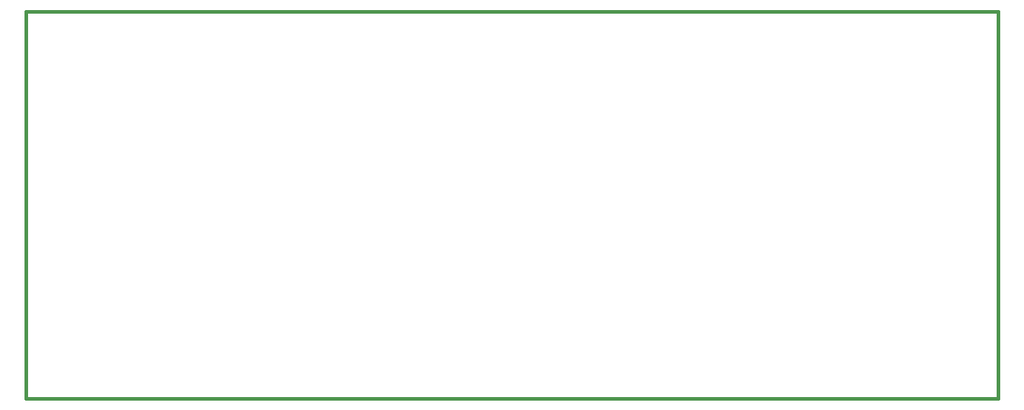
<source format=gbr>
G04 (created by PCBNEW-RS274X (2012-01-19 BZR 3256)-stable) date 5/16/2012 3:34:04 PM*
G01*
G70*
G90*
%MOIN*%
G04 Gerber Fmt 3.4, Leading zero omitted, Abs format*
%FSLAX34Y34*%
G04 APERTURE LIST*
%ADD10C,0.006000*%
%ADD11C,0.015000*%
G04 APERTURE END LIST*
G54D10*
G54D11*
X88500Y-05063D02*
X88500Y-05059D01*
X43500Y-05063D02*
X88500Y-05063D01*
X43500Y-07626D02*
X43500Y-05063D01*
X43500Y-07425D02*
X43500Y-07626D01*
X88500Y-05059D02*
X88512Y-05059D01*
X88500Y-07492D02*
X88500Y-05059D01*
X43500Y-07500D02*
X43500Y-08000D01*
X88500Y-08000D02*
X88500Y-07500D01*
X43500Y-23000D02*
X43500Y-08000D01*
X88500Y-23000D02*
X43500Y-23000D01*
X88500Y-08000D02*
X88500Y-23000D01*
M02*

</source>
